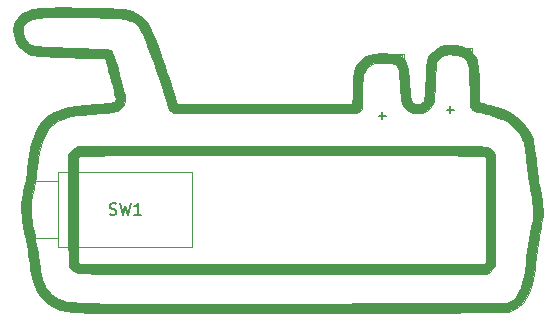
<source format=gbr>
G04 #@! TF.FileFunction,Legend,Top*
%FSLAX46Y46*%
G04 Gerber Fmt 4.6, Leading zero omitted, Abs format (unit mm)*
G04 Created by KiCad (PCBNEW 4.0.7-e2-6376~58~ubuntu16.04.1) date Fri Oct 19 14:23:41 2018*
%MOMM*%
%LPD*%
G01*
G04 APERTURE LIST*
%ADD10C,0.100000*%
%ADD11C,0.150000*%
%ADD12C,0.010000*%
%ADD13C,0.050000*%
%ADD14C,0.120000*%
G04 APERTURE END LIST*
D10*
D11*
X89695238Y-44557143D02*
X90304762Y-44557143D01*
X90000000Y-44861905D02*
X90000000Y-44252381D01*
X95445238Y-44057143D02*
X96054762Y-44057143D01*
X95750000Y-44361905D02*
X95750000Y-43752381D01*
D12*
G36*
X63030599Y-35391901D02*
X63424452Y-35394956D01*
X63875621Y-35400936D01*
X64393188Y-35409848D01*
X64986236Y-35421693D01*
X64989833Y-35421769D01*
X65615042Y-35435324D01*
X66162288Y-35448439D01*
X66638267Y-35461804D01*
X67049675Y-35476111D01*
X67403209Y-35492050D01*
X67705564Y-35510314D01*
X67963436Y-35531593D01*
X68183522Y-35556577D01*
X68372518Y-35585959D01*
X68537119Y-35620430D01*
X68684023Y-35660679D01*
X68819924Y-35707400D01*
X68951519Y-35761281D01*
X69085505Y-35823016D01*
X69141707Y-35850278D01*
X69393523Y-35992574D01*
X69623990Y-36165409D01*
X69837926Y-36375918D01*
X70040154Y-36631234D01*
X70235492Y-36938491D01*
X70428762Y-37304821D01*
X70624784Y-37737360D01*
X70828378Y-38243239D01*
X70916207Y-38476333D01*
X70977107Y-38644713D01*
X71061119Y-38883033D01*
X71164673Y-39180882D01*
X71284201Y-39527847D01*
X71416132Y-39913517D01*
X71556897Y-40327478D01*
X71702926Y-40759320D01*
X71850650Y-41198630D01*
X71899480Y-41344416D01*
X72639587Y-43556333D01*
X87442479Y-43556333D01*
X87464919Y-43376416D01*
X87471925Y-43283820D01*
X87479502Y-43120815D01*
X87487185Y-42901651D01*
X87494512Y-42640581D01*
X87501017Y-42351855D01*
X87504532Y-42159333D01*
X87510421Y-41831680D01*
X87516736Y-41575233D01*
X87524719Y-41376535D01*
X87535609Y-41222128D01*
X87550648Y-41098557D01*
X87571076Y-40992365D01*
X87598133Y-40890093D01*
X87631371Y-40783500D01*
X87799503Y-40382578D01*
X88023755Y-40036622D01*
X88298386Y-39750887D01*
X88617654Y-39530626D01*
X88975818Y-39381094D01*
X89225667Y-39324487D01*
X89432974Y-39301788D01*
X89692884Y-39287938D01*
X89982361Y-39282710D01*
X90278368Y-39285874D01*
X90557871Y-39297204D01*
X90797835Y-39316469D01*
X90967428Y-39341751D01*
X91316469Y-39444615D01*
X91600156Y-39594667D01*
X91824317Y-39798059D01*
X91994780Y-40060938D01*
X92117372Y-40389454D01*
X92168115Y-40608701D01*
X92188450Y-40745011D01*
X92211456Y-40949557D01*
X92235662Y-41206006D01*
X92259600Y-41498031D01*
X92281801Y-41809299D01*
X92294730Y-42016350D01*
X92320441Y-42415460D01*
X92346306Y-42740645D01*
X92372042Y-42989106D01*
X92397366Y-43158047D01*
X92418072Y-43236360D01*
X92507610Y-43383702D01*
X92637879Y-43477805D01*
X92822304Y-43525577D01*
X92998644Y-43535166D01*
X93161768Y-43530526D01*
X93268263Y-43511776D01*
X93345890Y-43471672D01*
X93392154Y-43432476D01*
X93451868Y-43366900D01*
X93499091Y-43287845D01*
X93536097Y-43183786D01*
X93565158Y-43043196D01*
X93588549Y-42854550D01*
X93608542Y-42606324D01*
X93627413Y-42286990D01*
X93630774Y-42222833D01*
X93647704Y-41895279D01*
X93666781Y-41526086D01*
X93686144Y-41151278D01*
X93703931Y-40806878D01*
X93711695Y-40656500D01*
X93732262Y-40316711D01*
X93757086Y-40048240D01*
X93789698Y-39837738D01*
X93833623Y-39671859D01*
X93892389Y-39537257D01*
X93969525Y-39420583D01*
X94067769Y-39309304D01*
X94259609Y-39136427D01*
X94497418Y-38957831D01*
X94747644Y-38796867D01*
X94975809Y-38677299D01*
X95214124Y-38606024D01*
X95510690Y-38571689D01*
X95848155Y-38573113D01*
X96209171Y-38609119D01*
X96576388Y-38678526D01*
X96932456Y-38780154D01*
X97036167Y-38817376D01*
X97249650Y-38929741D01*
X97469590Y-39098869D01*
X97672345Y-39302384D01*
X97834271Y-39517912D01*
X97896481Y-39631564D01*
X97973110Y-39829337D01*
X98037375Y-40069326D01*
X98089910Y-40357746D01*
X98131350Y-40700812D01*
X98162330Y-41104739D01*
X98183484Y-41575741D01*
X98195448Y-42120033D01*
X98198794Y-42592067D01*
X98200333Y-43426968D01*
X98422583Y-43489086D01*
X98547693Y-43523185D01*
X98731632Y-43572217D01*
X98951224Y-43630052D01*
X99183296Y-43690559D01*
X99222003Y-43700587D01*
X99740455Y-43845928D01*
X100188051Y-43997765D01*
X100578596Y-44163461D01*
X100925897Y-44350377D01*
X101243759Y-44565874D01*
X101545989Y-44817313D01*
X101822581Y-45087207D01*
X102162110Y-45481654D01*
X102435220Y-45888225D01*
X102636122Y-46297136D01*
X102749047Y-46653130D01*
X102785725Y-46838021D01*
X102828221Y-47097613D01*
X102875242Y-47422239D01*
X102925496Y-47802230D01*
X102977693Y-48227921D01*
X103030540Y-48689644D01*
X103069907Y-49054538D01*
X103108980Y-49381635D01*
X103161328Y-49756435D01*
X103221620Y-50144047D01*
X103284524Y-50509575D01*
X103323798Y-50716347D01*
X103424974Y-51254678D01*
X103499232Y-51728904D01*
X103546790Y-52155121D01*
X103567864Y-52549425D01*
X103562674Y-52927911D01*
X103531436Y-53306674D01*
X103474367Y-53701811D01*
X103391685Y-54129418D01*
X103371201Y-54224333D01*
X103252291Y-54801710D01*
X103155097Y-55355577D01*
X103075444Y-55914500D01*
X103009156Y-56507050D01*
X102964083Y-57010510D01*
X102913998Y-57538644D01*
X102854684Y-57996523D01*
X102783670Y-58398285D01*
X102698487Y-58758072D01*
X102605312Y-59064659D01*
X102400685Y-59585918D01*
X102163714Y-60031074D01*
X101891478Y-60403415D01*
X101581057Y-60706230D01*
X101229530Y-60942806D01*
X100833977Y-61116431D01*
X100761500Y-61140124D01*
X100731958Y-61147262D01*
X100688565Y-61153946D01*
X100628217Y-61160207D01*
X100547805Y-61166078D01*
X100444225Y-61171590D01*
X100314370Y-61176778D01*
X100155134Y-61181672D01*
X99963411Y-61186305D01*
X99736094Y-61190710D01*
X99470078Y-61194918D01*
X99162255Y-61198963D01*
X98809522Y-61202877D01*
X98408770Y-61206691D01*
X97956893Y-61210439D01*
X97450787Y-61214153D01*
X96887344Y-61217864D01*
X96263458Y-61221606D01*
X95576023Y-61225411D01*
X94821933Y-61229311D01*
X93998082Y-61233338D01*
X93101364Y-61237525D01*
X92128672Y-61241904D01*
X91076901Y-61246508D01*
X90178167Y-61250367D01*
X88831976Y-61255882D01*
X87490887Y-61260934D01*
X86158189Y-61265523D01*
X84837167Y-61269650D01*
X83531111Y-61273314D01*
X82243306Y-61276517D01*
X80977041Y-61279257D01*
X79735602Y-61281536D01*
X78522278Y-61283353D01*
X77340356Y-61284709D01*
X76193123Y-61285604D01*
X75083867Y-61286038D01*
X74015875Y-61286011D01*
X72992434Y-61285525D01*
X72016833Y-61284578D01*
X71092358Y-61283171D01*
X70222296Y-61281305D01*
X69409937Y-61278979D01*
X68658565Y-61276194D01*
X67971470Y-61272950D01*
X67351939Y-61269247D01*
X66803259Y-61265086D01*
X66328717Y-61260466D01*
X65931601Y-61255388D01*
X65615199Y-61249853D01*
X65561333Y-61248678D01*
X64998579Y-61233901D01*
X64511888Y-61216221D01*
X64092675Y-61194492D01*
X63732354Y-61167569D01*
X63422341Y-61134303D01*
X63154049Y-61093550D01*
X62918894Y-61044161D01*
X62708290Y-60984992D01*
X62513652Y-60914894D01*
X62326394Y-60832722D01*
X62280500Y-60810538D01*
X61822295Y-60549674D01*
X61422240Y-60247986D01*
X61087735Y-59912181D01*
X60826185Y-59548966D01*
X60763054Y-59435661D01*
X60658210Y-59222693D01*
X60566157Y-59007400D01*
X60484230Y-58779132D01*
X60409759Y-58527242D01*
X60340078Y-58241082D01*
X60272519Y-57910004D01*
X60204413Y-57523360D01*
X60133095Y-57070501D01*
X60079863Y-56708624D01*
X60027696Y-56363855D01*
X59962874Y-55963021D01*
X59890002Y-55532946D01*
X59813678Y-55100455D01*
X59738506Y-54692373D01*
X59696277Y-54472479D01*
X59593908Y-53923916D01*
X59516241Y-53442884D01*
X59462966Y-53016025D01*
X59433778Y-52629981D01*
X59428368Y-52271394D01*
X59446430Y-51926905D01*
X59487656Y-51583157D01*
X59551740Y-51226791D01*
X59615069Y-50941289D01*
X59688715Y-50621968D01*
X59747928Y-50343367D01*
X59796655Y-50081906D01*
X59838840Y-49814002D01*
X59878429Y-49516075D01*
X59919369Y-49164543D01*
X59932799Y-49042396D01*
X60008579Y-48413188D01*
X60091947Y-47857466D01*
X60185643Y-47364187D01*
X60292405Y-46922311D01*
X60414972Y-46520794D01*
X60556082Y-46148596D01*
X60718475Y-45794673D01*
X60757286Y-45718249D01*
X61035487Y-45261706D01*
X61367240Y-44867717D01*
X61755126Y-44534323D01*
X62201730Y-44259562D01*
X62709635Y-44041476D01*
X63136958Y-43912752D01*
X63380710Y-43855719D01*
X63642680Y-43804751D01*
X63934474Y-43758290D01*
X64267699Y-43714780D01*
X64653960Y-43672663D01*
X65104864Y-43630383D01*
X65476667Y-43598916D01*
X65920168Y-43561904D01*
X66286814Y-43529284D01*
X66584234Y-43499955D01*
X66820062Y-43472820D01*
X67001928Y-43446779D01*
X67137466Y-43420733D01*
X67234305Y-43393584D01*
X67300080Y-43364233D01*
X67342420Y-43331580D01*
X67343862Y-43330053D01*
X67404449Y-43234543D01*
X67423789Y-43156767D01*
X67412077Y-43076963D01*
X67378016Y-42920981D01*
X67322930Y-42693934D01*
X67248141Y-42400934D01*
X67154974Y-42047093D01*
X67044750Y-41637525D01*
X66918795Y-41177341D01*
X66807957Y-40777496D01*
X66731224Y-40498483D01*
X66662831Y-40242873D01*
X66605970Y-40023171D01*
X66563836Y-39851880D01*
X66539620Y-39741506D01*
X66535000Y-39708580D01*
X66506876Y-39634112D01*
X66460917Y-39619981D01*
X66411895Y-39626973D01*
X66442224Y-39656363D01*
X66450333Y-39661666D01*
X66467738Y-39673516D01*
X66475787Y-39683268D01*
X66468015Y-39690860D01*
X66437955Y-39696229D01*
X66379141Y-39699312D01*
X66285106Y-39700048D01*
X66149385Y-39698373D01*
X65965510Y-39694225D01*
X65727016Y-39687541D01*
X65427436Y-39678259D01*
X65060304Y-39666316D01*
X64619154Y-39651650D01*
X64295281Y-39640816D01*
X63613514Y-39617474D01*
X63010772Y-39595527D01*
X62481435Y-39574481D01*
X62019885Y-39553842D01*
X61620500Y-39533116D01*
X61277660Y-39511809D01*
X60985746Y-39489426D01*
X60739138Y-39465475D01*
X60532215Y-39439460D01*
X60359358Y-39410887D01*
X60214947Y-39379264D01*
X60093361Y-39344096D01*
X59988981Y-39304888D01*
X59896187Y-39261147D01*
X59880218Y-39252720D01*
X59678176Y-39118590D01*
X59463807Y-38933548D01*
X59259801Y-38720934D01*
X59088849Y-38504084D01*
X58986084Y-38333063D01*
X58864016Y-38018224D01*
X58786519Y-37677537D01*
X58755088Y-37332603D01*
X58771223Y-37005018D01*
X58785104Y-36943561D01*
X59571167Y-36943561D01*
X59573404Y-37318363D01*
X59591776Y-37611319D01*
X59648936Y-37850085D01*
X59753829Y-38059707D01*
X59909154Y-38258340D01*
X60115204Y-38452162D01*
X60327766Y-38576851D01*
X60550793Y-38642782D01*
X60702954Y-38664507D01*
X60931873Y-38686427D01*
X61238612Y-38708596D01*
X61624235Y-38731069D01*
X62089807Y-38753900D01*
X62636390Y-38777144D01*
X63265048Y-38800857D01*
X63976845Y-38825091D01*
X64312500Y-38835804D01*
X64849989Y-38852829D01*
X65309299Y-38867925D01*
X65696886Y-38881528D01*
X66019204Y-38894072D01*
X66282708Y-38905994D01*
X66493854Y-38917730D01*
X66659096Y-38929716D01*
X66784889Y-38942386D01*
X66877689Y-38956178D01*
X66943950Y-38971526D01*
X66990127Y-38988867D01*
X67022675Y-39008637D01*
X67035969Y-39019670D01*
X67089497Y-39088472D01*
X67150299Y-39207463D01*
X67220364Y-39382315D01*
X67301679Y-39618703D01*
X67396231Y-39922300D01*
X67506006Y-40298780D01*
X67594481Y-40614166D01*
X67743231Y-41153534D01*
X67869577Y-41617479D01*
X67974900Y-42011835D01*
X68060576Y-42342438D01*
X68127985Y-42615122D01*
X68178503Y-42835722D01*
X68213509Y-43010073D01*
X68234380Y-43144011D01*
X68242496Y-43243370D01*
X68239234Y-43313985D01*
X68236115Y-43331007D01*
X68158915Y-43541909D01*
X68030774Y-43753970D01*
X67870517Y-43943132D01*
X67696968Y-44085339D01*
X67609266Y-44132093D01*
X67515872Y-44164752D01*
X67390813Y-44195765D01*
X67227188Y-44225981D01*
X67018093Y-44256245D01*
X66756628Y-44287407D01*
X66435888Y-44320313D01*
X66048972Y-44355811D01*
X65588978Y-44394748D01*
X65242682Y-44422689D01*
X64650467Y-44476370D01*
X64134397Y-44538505D01*
X63686157Y-44611655D01*
X63297432Y-44698380D01*
X62959907Y-44801242D01*
X62665266Y-44922801D01*
X62405192Y-45065619D01*
X62171372Y-45232257D01*
X61955489Y-45425275D01*
X61941171Y-45439504D01*
X61718222Y-45692945D01*
X61520528Y-45984855D01*
X61346142Y-46321290D01*
X61193113Y-46708310D01*
X61059495Y-47151970D01*
X60943337Y-47658330D01*
X60842691Y-48233446D01*
X60755609Y-48883377D01*
X60715323Y-49250166D01*
X60683338Y-49550897D01*
X60653333Y-49801208D01*
X60621448Y-50023491D01*
X60583823Y-50240138D01*
X60536600Y-50473540D01*
X60475917Y-50746090D01*
X60405197Y-51049333D01*
X60349354Y-51289897D01*
X60308913Y-51481009D01*
X60281457Y-51645215D01*
X60264566Y-51805059D01*
X60255821Y-51983087D01*
X60252804Y-52201842D01*
X60253038Y-52467500D01*
X60254231Y-52691846D01*
X60257326Y-52878511D01*
X60264161Y-53042433D01*
X60276574Y-53198552D01*
X60296403Y-53361805D01*
X60325485Y-53547130D01*
X60365659Y-53769467D01*
X60418761Y-54043754D01*
X60486631Y-54384929D01*
X60492608Y-54414833D01*
X60562399Y-54773176D01*
X60633001Y-55152252D01*
X60700566Y-55530210D01*
X60761251Y-55885198D01*
X60811209Y-56195366D01*
X60839032Y-56383333D01*
X60915315Y-56910531D01*
X60986827Y-57362356D01*
X61055711Y-57747820D01*
X61124109Y-58075934D01*
X61194163Y-58355709D01*
X61268018Y-58596157D01*
X61347815Y-58806289D01*
X61435696Y-58995115D01*
X61479725Y-59077841D01*
X61668632Y-59349536D01*
X61922318Y-59612565D01*
X62221119Y-59852155D01*
X62545365Y-60053536D01*
X62875392Y-60201937D01*
X63045668Y-60253994D01*
X63264963Y-60299947D01*
X63531780Y-60339246D01*
X63853310Y-60372496D01*
X64236745Y-60400303D01*
X64689276Y-60423272D01*
X65218094Y-60442011D01*
X65307333Y-60444575D01*
X65535271Y-60449596D01*
X65844204Y-60454251D01*
X66230459Y-60458542D01*
X66690367Y-60462467D01*
X67220254Y-60466028D01*
X67816450Y-60469225D01*
X68475284Y-60472056D01*
X69193084Y-60474523D01*
X69966178Y-60476625D01*
X70790895Y-60478362D01*
X71663564Y-60479734D01*
X72580513Y-60480742D01*
X73538072Y-60481385D01*
X74532567Y-60481664D01*
X75560329Y-60481577D01*
X76617686Y-60481126D01*
X77700965Y-60480310D01*
X78806497Y-60479130D01*
X79930609Y-60477585D01*
X81069629Y-60475675D01*
X82219888Y-60473400D01*
X83377712Y-60470761D01*
X84539432Y-60467757D01*
X85701374Y-60464389D01*
X86859869Y-60460656D01*
X88011244Y-60456558D01*
X89151828Y-60452096D01*
X90277950Y-60447269D01*
X90876667Y-60444521D01*
X100507500Y-60399249D01*
X100752272Y-60289901D01*
X101027760Y-60121740D01*
X101279205Y-59876868D01*
X101504374Y-59560387D01*
X101701033Y-59177397D01*
X101866945Y-58732997D01*
X101999877Y-58232289D01*
X102097594Y-57680372D01*
X102157861Y-57082347D01*
X102157895Y-57081833D01*
X102199421Y-56538566D01*
X102251583Y-56027738D01*
X102317754Y-55526040D01*
X102401305Y-55010159D01*
X102505608Y-54456785D01*
X102611030Y-53949166D01*
X102670572Y-53669543D01*
X102714153Y-53452953D01*
X102743805Y-53279694D01*
X102761557Y-53130064D01*
X102769439Y-52984364D01*
X102769482Y-52822892D01*
X102763717Y-52625946D01*
X102759357Y-52509773D01*
X102740435Y-52172963D01*
X102708231Y-51850350D01*
X102658853Y-51510465D01*
X102588413Y-51121840D01*
X102586649Y-51112773D01*
X102519063Y-50764719D01*
X102465073Y-50481940D01*
X102421962Y-50246631D01*
X102387014Y-50040986D01*
X102357511Y-49847201D01*
X102330736Y-49647469D01*
X102303973Y-49423987D01*
X102274504Y-49158948D01*
X102241051Y-48848000D01*
X102185788Y-48345546D01*
X102135348Y-47919567D01*
X102088376Y-47562095D01*
X102043517Y-47265164D01*
X101999415Y-47020807D01*
X101954716Y-46821058D01*
X101908064Y-46657950D01*
X101858105Y-46523516D01*
X101837948Y-46478243D01*
X101623492Y-46103705D01*
X101340528Y-45739941D01*
X101005005Y-45403700D01*
X100632869Y-45111735D01*
X100395141Y-44962783D01*
X100141487Y-44838875D01*
X99811595Y-44712131D01*
X99402845Y-44581651D01*
X98912616Y-44446532D01*
X98835333Y-44426685D01*
X98497474Y-44340293D01*
X98231596Y-44270677D01*
X98027576Y-44213945D01*
X97875290Y-44166202D01*
X97764613Y-44123558D01*
X97685422Y-44082119D01*
X97627594Y-44037992D01*
X97581003Y-43987284D01*
X97536301Y-43927188D01*
X97407621Y-43746833D01*
X97383069Y-42244000D01*
X97374574Y-41780717D01*
X97364949Y-41393072D01*
X97353276Y-41072034D01*
X97338638Y-40808575D01*
X97320117Y-40593664D01*
X97296794Y-40418272D01*
X97267753Y-40273370D01*
X97232075Y-40149928D01*
X97188842Y-40038916D01*
X97150716Y-39958000D01*
X97060315Y-39803189D01*
X96958717Y-39697328D01*
X96823504Y-39611978D01*
X96595729Y-39516923D01*
X96314568Y-39440940D01*
X96010273Y-39389947D01*
X95713096Y-39369864D01*
X95597317Y-39372087D01*
X95439503Y-39383277D01*
X95322075Y-39405072D01*
X95215261Y-39448286D01*
X95089293Y-39523728D01*
X94983041Y-39595169D01*
X94835215Y-39702586D01*
X94709069Y-39805833D01*
X94626127Y-39886927D01*
X94612688Y-39904550D01*
X94594661Y-39938421D01*
X94578648Y-39986131D01*
X94564084Y-40054835D01*
X94550405Y-40151689D01*
X94537046Y-40283848D01*
X94523443Y-40458467D01*
X94509032Y-40682703D01*
X94493247Y-40963711D01*
X94475524Y-41308647D01*
X94455299Y-41724666D01*
X94434791Y-42159333D01*
X94419141Y-42445994D01*
X94400069Y-42719865D01*
X94379073Y-42963946D01*
X94357652Y-43161240D01*
X94337302Y-43294749D01*
X94333015Y-43314303D01*
X94224675Y-43615291D01*
X94059870Y-43878655D01*
X93850050Y-44091261D01*
X93606663Y-44239974D01*
X93488970Y-44282627D01*
X93357664Y-44307761D01*
X93178559Y-44325979D01*
X92988460Y-44333645D01*
X92972167Y-44333693D01*
X92612198Y-44304759D01*
X92309876Y-44216324D01*
X92059665Y-44065252D01*
X91856033Y-43848404D01*
X91722881Y-43625331D01*
X91679252Y-43530248D01*
X91642696Y-43431822D01*
X91611913Y-43320220D01*
X91585602Y-43185611D01*
X91562462Y-43018162D01*
X91541194Y-42808041D01*
X91520495Y-42545416D01*
X91499066Y-42220454D01*
X91475607Y-41823324D01*
X91468935Y-41705647D01*
X91442782Y-41307000D01*
X91411512Y-40984259D01*
X91371611Y-40728679D01*
X91319565Y-40531515D01*
X91251861Y-40384022D01*
X91164984Y-40277454D01*
X91055421Y-40203066D01*
X90919658Y-40152113D01*
X90836537Y-40131760D01*
X90681369Y-40110148D01*
X90465359Y-40095474D01*
X90211940Y-40087744D01*
X89944546Y-40086968D01*
X89686611Y-40093154D01*
X89461567Y-40106308D01*
X89292849Y-40126439D01*
X89268264Y-40131231D01*
X89008706Y-40228761D01*
X88775048Y-40398834D01*
X88578133Y-40630675D01*
X88428805Y-40913511D01*
X88398744Y-40995166D01*
X88377559Y-41072807D01*
X88359527Y-41175536D01*
X88344007Y-41312581D01*
X88330360Y-41493165D01*
X88317946Y-41726515D01*
X88306125Y-42021857D01*
X88294256Y-42388414D01*
X88288637Y-42582295D01*
X88249866Y-43957758D01*
X87853016Y-44360666D01*
X72346842Y-44360666D01*
X72152739Y-44212458D01*
X71958636Y-44064249D01*
X71317639Y-42128087D01*
X71064940Y-41367437D01*
X70835443Y-40683192D01*
X70627159Y-40070926D01*
X70438102Y-39526209D01*
X70266285Y-39044615D01*
X70109721Y-38621715D01*
X69966421Y-38253082D01*
X69834401Y-37934289D01*
X69711671Y-37660907D01*
X69596245Y-37428509D01*
X69486137Y-37232667D01*
X69379358Y-37068953D01*
X69273922Y-36932940D01*
X69167842Y-36820200D01*
X69059130Y-36726305D01*
X68945799Y-36646828D01*
X68826723Y-36577799D01*
X68665963Y-36501061D01*
X68493598Y-36439031D01*
X68297092Y-36389523D01*
X68063907Y-36350354D01*
X67781507Y-36319340D01*
X67437355Y-36294296D01*
X67097679Y-36276564D01*
X66725371Y-36261440D01*
X66305636Y-36247789D01*
X65848859Y-36235701D01*
X65365423Y-36225263D01*
X64865713Y-36216565D01*
X64360112Y-36209695D01*
X63859004Y-36204742D01*
X63372774Y-36201795D01*
X62911805Y-36200941D01*
X62486480Y-36202271D01*
X62107185Y-36205873D01*
X61784303Y-36211835D01*
X61528218Y-36220245D01*
X61391500Y-36227833D01*
X61032222Y-36257044D01*
X60743283Y-36290724D01*
X60510355Y-36333435D01*
X60319110Y-36389736D01*
X60155219Y-36464191D01*
X60004355Y-36561359D01*
X59852190Y-36685803D01*
X59797462Y-36735275D01*
X59571167Y-36943561D01*
X58785104Y-36943561D01*
X58836420Y-36716383D01*
X58868330Y-36634776D01*
X58974721Y-36458886D01*
X59138766Y-36265283D01*
X59341412Y-36072096D01*
X59563610Y-35897454D01*
X59786306Y-35759488D01*
X59790342Y-35757380D01*
X59964289Y-35674502D01*
X60143089Y-35607361D01*
X60339878Y-35553513D01*
X60567790Y-35510518D01*
X60839963Y-35475933D01*
X61169532Y-35447318D01*
X61569632Y-35422229D01*
X61603167Y-35420404D01*
X61846685Y-35408879D01*
X62102104Y-35400263D01*
X62378508Y-35394559D01*
X62684978Y-35391770D01*
X63030599Y-35391901D01*
X63030599Y-35391901D01*
G37*
X63030599Y-35391901D02*
X63424452Y-35394956D01*
X63875621Y-35400936D01*
X64393188Y-35409848D01*
X64986236Y-35421693D01*
X64989833Y-35421769D01*
X65615042Y-35435324D01*
X66162288Y-35448439D01*
X66638267Y-35461804D01*
X67049675Y-35476111D01*
X67403209Y-35492050D01*
X67705564Y-35510314D01*
X67963436Y-35531593D01*
X68183522Y-35556577D01*
X68372518Y-35585959D01*
X68537119Y-35620430D01*
X68684023Y-35660679D01*
X68819924Y-35707400D01*
X68951519Y-35761281D01*
X69085505Y-35823016D01*
X69141707Y-35850278D01*
X69393523Y-35992574D01*
X69623990Y-36165409D01*
X69837926Y-36375918D01*
X70040154Y-36631234D01*
X70235492Y-36938491D01*
X70428762Y-37304821D01*
X70624784Y-37737360D01*
X70828378Y-38243239D01*
X70916207Y-38476333D01*
X70977107Y-38644713D01*
X71061119Y-38883033D01*
X71164673Y-39180882D01*
X71284201Y-39527847D01*
X71416132Y-39913517D01*
X71556897Y-40327478D01*
X71702926Y-40759320D01*
X71850650Y-41198630D01*
X71899480Y-41344416D01*
X72639587Y-43556333D01*
X87442479Y-43556333D01*
X87464919Y-43376416D01*
X87471925Y-43283820D01*
X87479502Y-43120815D01*
X87487185Y-42901651D01*
X87494512Y-42640581D01*
X87501017Y-42351855D01*
X87504532Y-42159333D01*
X87510421Y-41831680D01*
X87516736Y-41575233D01*
X87524719Y-41376535D01*
X87535609Y-41222128D01*
X87550648Y-41098557D01*
X87571076Y-40992365D01*
X87598133Y-40890093D01*
X87631371Y-40783500D01*
X87799503Y-40382578D01*
X88023755Y-40036622D01*
X88298386Y-39750887D01*
X88617654Y-39530626D01*
X88975818Y-39381094D01*
X89225667Y-39324487D01*
X89432974Y-39301788D01*
X89692884Y-39287938D01*
X89982361Y-39282710D01*
X90278368Y-39285874D01*
X90557871Y-39297204D01*
X90797835Y-39316469D01*
X90967428Y-39341751D01*
X91316469Y-39444615D01*
X91600156Y-39594667D01*
X91824317Y-39798059D01*
X91994780Y-40060938D01*
X92117372Y-40389454D01*
X92168115Y-40608701D01*
X92188450Y-40745011D01*
X92211456Y-40949557D01*
X92235662Y-41206006D01*
X92259600Y-41498031D01*
X92281801Y-41809299D01*
X92294730Y-42016350D01*
X92320441Y-42415460D01*
X92346306Y-42740645D01*
X92372042Y-42989106D01*
X92397366Y-43158047D01*
X92418072Y-43236360D01*
X92507610Y-43383702D01*
X92637879Y-43477805D01*
X92822304Y-43525577D01*
X92998644Y-43535166D01*
X93161768Y-43530526D01*
X93268263Y-43511776D01*
X93345890Y-43471672D01*
X93392154Y-43432476D01*
X93451868Y-43366900D01*
X93499091Y-43287845D01*
X93536097Y-43183786D01*
X93565158Y-43043196D01*
X93588549Y-42854550D01*
X93608542Y-42606324D01*
X93627413Y-42286990D01*
X93630774Y-42222833D01*
X93647704Y-41895279D01*
X93666781Y-41526086D01*
X93686144Y-41151278D01*
X93703931Y-40806878D01*
X93711695Y-40656500D01*
X93732262Y-40316711D01*
X93757086Y-40048240D01*
X93789698Y-39837738D01*
X93833623Y-39671859D01*
X93892389Y-39537257D01*
X93969525Y-39420583D01*
X94067769Y-39309304D01*
X94259609Y-39136427D01*
X94497418Y-38957831D01*
X94747644Y-38796867D01*
X94975809Y-38677299D01*
X95214124Y-38606024D01*
X95510690Y-38571689D01*
X95848155Y-38573113D01*
X96209171Y-38609119D01*
X96576388Y-38678526D01*
X96932456Y-38780154D01*
X97036167Y-38817376D01*
X97249650Y-38929741D01*
X97469590Y-39098869D01*
X97672345Y-39302384D01*
X97834271Y-39517912D01*
X97896481Y-39631564D01*
X97973110Y-39829337D01*
X98037375Y-40069326D01*
X98089910Y-40357746D01*
X98131350Y-40700812D01*
X98162330Y-41104739D01*
X98183484Y-41575741D01*
X98195448Y-42120033D01*
X98198794Y-42592067D01*
X98200333Y-43426968D01*
X98422583Y-43489086D01*
X98547693Y-43523185D01*
X98731632Y-43572217D01*
X98951224Y-43630052D01*
X99183296Y-43690559D01*
X99222003Y-43700587D01*
X99740455Y-43845928D01*
X100188051Y-43997765D01*
X100578596Y-44163461D01*
X100925897Y-44350377D01*
X101243759Y-44565874D01*
X101545989Y-44817313D01*
X101822581Y-45087207D01*
X102162110Y-45481654D01*
X102435220Y-45888225D01*
X102636122Y-46297136D01*
X102749047Y-46653130D01*
X102785725Y-46838021D01*
X102828221Y-47097613D01*
X102875242Y-47422239D01*
X102925496Y-47802230D01*
X102977693Y-48227921D01*
X103030540Y-48689644D01*
X103069907Y-49054538D01*
X103108980Y-49381635D01*
X103161328Y-49756435D01*
X103221620Y-50144047D01*
X103284524Y-50509575D01*
X103323798Y-50716347D01*
X103424974Y-51254678D01*
X103499232Y-51728904D01*
X103546790Y-52155121D01*
X103567864Y-52549425D01*
X103562674Y-52927911D01*
X103531436Y-53306674D01*
X103474367Y-53701811D01*
X103391685Y-54129418D01*
X103371201Y-54224333D01*
X103252291Y-54801710D01*
X103155097Y-55355577D01*
X103075444Y-55914500D01*
X103009156Y-56507050D01*
X102964083Y-57010510D01*
X102913998Y-57538644D01*
X102854684Y-57996523D01*
X102783670Y-58398285D01*
X102698487Y-58758072D01*
X102605312Y-59064659D01*
X102400685Y-59585918D01*
X102163714Y-60031074D01*
X101891478Y-60403415D01*
X101581057Y-60706230D01*
X101229530Y-60942806D01*
X100833977Y-61116431D01*
X100761500Y-61140124D01*
X100731958Y-61147262D01*
X100688565Y-61153946D01*
X100628217Y-61160207D01*
X100547805Y-61166078D01*
X100444225Y-61171590D01*
X100314370Y-61176778D01*
X100155134Y-61181672D01*
X99963411Y-61186305D01*
X99736094Y-61190710D01*
X99470078Y-61194918D01*
X99162255Y-61198963D01*
X98809522Y-61202877D01*
X98408770Y-61206691D01*
X97956893Y-61210439D01*
X97450787Y-61214153D01*
X96887344Y-61217864D01*
X96263458Y-61221606D01*
X95576023Y-61225411D01*
X94821933Y-61229311D01*
X93998082Y-61233338D01*
X93101364Y-61237525D01*
X92128672Y-61241904D01*
X91076901Y-61246508D01*
X90178167Y-61250367D01*
X88831976Y-61255882D01*
X87490887Y-61260934D01*
X86158189Y-61265523D01*
X84837167Y-61269650D01*
X83531111Y-61273314D01*
X82243306Y-61276517D01*
X80977041Y-61279257D01*
X79735602Y-61281536D01*
X78522278Y-61283353D01*
X77340356Y-61284709D01*
X76193123Y-61285604D01*
X75083867Y-61286038D01*
X74015875Y-61286011D01*
X72992434Y-61285525D01*
X72016833Y-61284578D01*
X71092358Y-61283171D01*
X70222296Y-61281305D01*
X69409937Y-61278979D01*
X68658565Y-61276194D01*
X67971470Y-61272950D01*
X67351939Y-61269247D01*
X66803259Y-61265086D01*
X66328717Y-61260466D01*
X65931601Y-61255388D01*
X65615199Y-61249853D01*
X65561333Y-61248678D01*
X64998579Y-61233901D01*
X64511888Y-61216221D01*
X64092675Y-61194492D01*
X63732354Y-61167569D01*
X63422341Y-61134303D01*
X63154049Y-61093550D01*
X62918894Y-61044161D01*
X62708290Y-60984992D01*
X62513652Y-60914894D01*
X62326394Y-60832722D01*
X62280500Y-60810538D01*
X61822295Y-60549674D01*
X61422240Y-60247986D01*
X61087735Y-59912181D01*
X60826185Y-59548966D01*
X60763054Y-59435661D01*
X60658210Y-59222693D01*
X60566157Y-59007400D01*
X60484230Y-58779132D01*
X60409759Y-58527242D01*
X60340078Y-58241082D01*
X60272519Y-57910004D01*
X60204413Y-57523360D01*
X60133095Y-57070501D01*
X60079863Y-56708624D01*
X60027696Y-56363855D01*
X59962874Y-55963021D01*
X59890002Y-55532946D01*
X59813678Y-55100455D01*
X59738506Y-54692373D01*
X59696277Y-54472479D01*
X59593908Y-53923916D01*
X59516241Y-53442884D01*
X59462966Y-53016025D01*
X59433778Y-52629981D01*
X59428368Y-52271394D01*
X59446430Y-51926905D01*
X59487656Y-51583157D01*
X59551740Y-51226791D01*
X59615069Y-50941289D01*
X59688715Y-50621968D01*
X59747928Y-50343367D01*
X59796655Y-50081906D01*
X59838840Y-49814002D01*
X59878429Y-49516075D01*
X59919369Y-49164543D01*
X59932799Y-49042396D01*
X60008579Y-48413188D01*
X60091947Y-47857466D01*
X60185643Y-47364187D01*
X60292405Y-46922311D01*
X60414972Y-46520794D01*
X60556082Y-46148596D01*
X60718475Y-45794673D01*
X60757286Y-45718249D01*
X61035487Y-45261706D01*
X61367240Y-44867717D01*
X61755126Y-44534323D01*
X62201730Y-44259562D01*
X62709635Y-44041476D01*
X63136958Y-43912752D01*
X63380710Y-43855719D01*
X63642680Y-43804751D01*
X63934474Y-43758290D01*
X64267699Y-43714780D01*
X64653960Y-43672663D01*
X65104864Y-43630383D01*
X65476667Y-43598916D01*
X65920168Y-43561904D01*
X66286814Y-43529284D01*
X66584234Y-43499955D01*
X66820062Y-43472820D01*
X67001928Y-43446779D01*
X67137466Y-43420733D01*
X67234305Y-43393584D01*
X67300080Y-43364233D01*
X67342420Y-43331580D01*
X67343862Y-43330053D01*
X67404449Y-43234543D01*
X67423789Y-43156767D01*
X67412077Y-43076963D01*
X67378016Y-42920981D01*
X67322930Y-42693934D01*
X67248141Y-42400934D01*
X67154974Y-42047093D01*
X67044750Y-41637525D01*
X66918795Y-41177341D01*
X66807957Y-40777496D01*
X66731224Y-40498483D01*
X66662831Y-40242873D01*
X66605970Y-40023171D01*
X66563836Y-39851880D01*
X66539620Y-39741506D01*
X66535000Y-39708580D01*
X66506876Y-39634112D01*
X66460917Y-39619981D01*
X66411895Y-39626973D01*
X66442224Y-39656363D01*
X66450333Y-39661666D01*
X66467738Y-39673516D01*
X66475787Y-39683268D01*
X66468015Y-39690860D01*
X66437955Y-39696229D01*
X66379141Y-39699312D01*
X66285106Y-39700048D01*
X66149385Y-39698373D01*
X65965510Y-39694225D01*
X65727016Y-39687541D01*
X65427436Y-39678259D01*
X65060304Y-39666316D01*
X64619154Y-39651650D01*
X64295281Y-39640816D01*
X63613514Y-39617474D01*
X63010772Y-39595527D01*
X62481435Y-39574481D01*
X62019885Y-39553842D01*
X61620500Y-39533116D01*
X61277660Y-39511809D01*
X60985746Y-39489426D01*
X60739138Y-39465475D01*
X60532215Y-39439460D01*
X60359358Y-39410887D01*
X60214947Y-39379264D01*
X60093361Y-39344096D01*
X59988981Y-39304888D01*
X59896187Y-39261147D01*
X59880218Y-39252720D01*
X59678176Y-39118590D01*
X59463807Y-38933548D01*
X59259801Y-38720934D01*
X59088849Y-38504084D01*
X58986084Y-38333063D01*
X58864016Y-38018224D01*
X58786519Y-37677537D01*
X58755088Y-37332603D01*
X58771223Y-37005018D01*
X58785104Y-36943561D01*
X59571167Y-36943561D01*
X59573404Y-37318363D01*
X59591776Y-37611319D01*
X59648936Y-37850085D01*
X59753829Y-38059707D01*
X59909154Y-38258340D01*
X60115204Y-38452162D01*
X60327766Y-38576851D01*
X60550793Y-38642782D01*
X60702954Y-38664507D01*
X60931873Y-38686427D01*
X61238612Y-38708596D01*
X61624235Y-38731069D01*
X62089807Y-38753900D01*
X62636390Y-38777144D01*
X63265048Y-38800857D01*
X63976845Y-38825091D01*
X64312500Y-38835804D01*
X64849989Y-38852829D01*
X65309299Y-38867925D01*
X65696886Y-38881528D01*
X66019204Y-38894072D01*
X66282708Y-38905994D01*
X66493854Y-38917730D01*
X66659096Y-38929716D01*
X66784889Y-38942386D01*
X66877689Y-38956178D01*
X66943950Y-38971526D01*
X66990127Y-38988867D01*
X67022675Y-39008637D01*
X67035969Y-39019670D01*
X67089497Y-39088472D01*
X67150299Y-39207463D01*
X67220364Y-39382315D01*
X67301679Y-39618703D01*
X67396231Y-39922300D01*
X67506006Y-40298780D01*
X67594481Y-40614166D01*
X67743231Y-41153534D01*
X67869577Y-41617479D01*
X67974900Y-42011835D01*
X68060576Y-42342438D01*
X68127985Y-42615122D01*
X68178503Y-42835722D01*
X68213509Y-43010073D01*
X68234380Y-43144011D01*
X68242496Y-43243370D01*
X68239234Y-43313985D01*
X68236115Y-43331007D01*
X68158915Y-43541909D01*
X68030774Y-43753970D01*
X67870517Y-43943132D01*
X67696968Y-44085339D01*
X67609266Y-44132093D01*
X67515872Y-44164752D01*
X67390813Y-44195765D01*
X67227188Y-44225981D01*
X67018093Y-44256245D01*
X66756628Y-44287407D01*
X66435888Y-44320313D01*
X66048972Y-44355811D01*
X65588978Y-44394748D01*
X65242682Y-44422689D01*
X64650467Y-44476370D01*
X64134397Y-44538505D01*
X63686157Y-44611655D01*
X63297432Y-44698380D01*
X62959907Y-44801242D01*
X62665266Y-44922801D01*
X62405192Y-45065619D01*
X62171372Y-45232257D01*
X61955489Y-45425275D01*
X61941171Y-45439504D01*
X61718222Y-45692945D01*
X61520528Y-45984855D01*
X61346142Y-46321290D01*
X61193113Y-46708310D01*
X61059495Y-47151970D01*
X60943337Y-47658330D01*
X60842691Y-48233446D01*
X60755609Y-48883377D01*
X60715323Y-49250166D01*
X60683338Y-49550897D01*
X60653333Y-49801208D01*
X60621448Y-50023491D01*
X60583823Y-50240138D01*
X60536600Y-50473540D01*
X60475917Y-50746090D01*
X60405197Y-51049333D01*
X60349354Y-51289897D01*
X60308913Y-51481009D01*
X60281457Y-51645215D01*
X60264566Y-51805059D01*
X60255821Y-51983087D01*
X60252804Y-52201842D01*
X60253038Y-52467500D01*
X60254231Y-52691846D01*
X60257326Y-52878511D01*
X60264161Y-53042433D01*
X60276574Y-53198552D01*
X60296403Y-53361805D01*
X60325485Y-53547130D01*
X60365659Y-53769467D01*
X60418761Y-54043754D01*
X60486631Y-54384929D01*
X60492608Y-54414833D01*
X60562399Y-54773176D01*
X60633001Y-55152252D01*
X60700566Y-55530210D01*
X60761251Y-55885198D01*
X60811209Y-56195366D01*
X60839032Y-56383333D01*
X60915315Y-56910531D01*
X60986827Y-57362356D01*
X61055711Y-57747820D01*
X61124109Y-58075934D01*
X61194163Y-58355709D01*
X61268018Y-58596157D01*
X61347815Y-58806289D01*
X61435696Y-58995115D01*
X61479725Y-59077841D01*
X61668632Y-59349536D01*
X61922318Y-59612565D01*
X62221119Y-59852155D01*
X62545365Y-60053536D01*
X62875392Y-60201937D01*
X63045668Y-60253994D01*
X63264963Y-60299947D01*
X63531780Y-60339246D01*
X63853310Y-60372496D01*
X64236745Y-60400303D01*
X64689276Y-60423272D01*
X65218094Y-60442011D01*
X65307333Y-60444575D01*
X65535271Y-60449596D01*
X65844204Y-60454251D01*
X66230459Y-60458542D01*
X66690367Y-60462467D01*
X67220254Y-60466028D01*
X67816450Y-60469225D01*
X68475284Y-60472056D01*
X69193084Y-60474523D01*
X69966178Y-60476625D01*
X70790895Y-60478362D01*
X71663564Y-60479734D01*
X72580513Y-60480742D01*
X73538072Y-60481385D01*
X74532567Y-60481664D01*
X75560329Y-60481577D01*
X76617686Y-60481126D01*
X77700965Y-60480310D01*
X78806497Y-60479130D01*
X79930609Y-60477585D01*
X81069629Y-60475675D01*
X82219888Y-60473400D01*
X83377712Y-60470761D01*
X84539432Y-60467757D01*
X85701374Y-60464389D01*
X86859869Y-60460656D01*
X88011244Y-60456558D01*
X89151828Y-60452096D01*
X90277950Y-60447269D01*
X90876667Y-60444521D01*
X100507500Y-60399249D01*
X100752272Y-60289901D01*
X101027760Y-60121740D01*
X101279205Y-59876868D01*
X101504374Y-59560387D01*
X101701033Y-59177397D01*
X101866945Y-58732997D01*
X101999877Y-58232289D01*
X102097594Y-57680372D01*
X102157861Y-57082347D01*
X102157895Y-57081833D01*
X102199421Y-56538566D01*
X102251583Y-56027738D01*
X102317754Y-55526040D01*
X102401305Y-55010159D01*
X102505608Y-54456785D01*
X102611030Y-53949166D01*
X102670572Y-53669543D01*
X102714153Y-53452953D01*
X102743805Y-53279694D01*
X102761557Y-53130064D01*
X102769439Y-52984364D01*
X102769482Y-52822892D01*
X102763717Y-52625946D01*
X102759357Y-52509773D01*
X102740435Y-52172963D01*
X102708231Y-51850350D01*
X102658853Y-51510465D01*
X102588413Y-51121840D01*
X102586649Y-51112773D01*
X102519063Y-50764719D01*
X102465073Y-50481940D01*
X102421962Y-50246631D01*
X102387014Y-50040986D01*
X102357511Y-49847201D01*
X102330736Y-49647469D01*
X102303973Y-49423987D01*
X102274504Y-49158948D01*
X102241051Y-48848000D01*
X102185788Y-48345546D01*
X102135348Y-47919567D01*
X102088376Y-47562095D01*
X102043517Y-47265164D01*
X101999415Y-47020807D01*
X101954716Y-46821058D01*
X101908064Y-46657950D01*
X101858105Y-46523516D01*
X101837948Y-46478243D01*
X101623492Y-46103705D01*
X101340528Y-45739941D01*
X101005005Y-45403700D01*
X100632869Y-45111735D01*
X100395141Y-44962783D01*
X100141487Y-44838875D01*
X99811595Y-44712131D01*
X99402845Y-44581651D01*
X98912616Y-44446532D01*
X98835333Y-44426685D01*
X98497474Y-44340293D01*
X98231596Y-44270677D01*
X98027576Y-44213945D01*
X97875290Y-44166202D01*
X97764613Y-44123558D01*
X97685422Y-44082119D01*
X97627594Y-44037992D01*
X97581003Y-43987284D01*
X97536301Y-43927188D01*
X97407621Y-43746833D01*
X97383069Y-42244000D01*
X97374574Y-41780717D01*
X97364949Y-41393072D01*
X97353276Y-41072034D01*
X97338638Y-40808575D01*
X97320117Y-40593664D01*
X97296794Y-40418272D01*
X97267753Y-40273370D01*
X97232075Y-40149928D01*
X97188842Y-40038916D01*
X97150716Y-39958000D01*
X97060315Y-39803189D01*
X96958717Y-39697328D01*
X96823504Y-39611978D01*
X96595729Y-39516923D01*
X96314568Y-39440940D01*
X96010273Y-39389947D01*
X95713096Y-39369864D01*
X95597317Y-39372087D01*
X95439503Y-39383277D01*
X95322075Y-39405072D01*
X95215261Y-39448286D01*
X95089293Y-39523728D01*
X94983041Y-39595169D01*
X94835215Y-39702586D01*
X94709069Y-39805833D01*
X94626127Y-39886927D01*
X94612688Y-39904550D01*
X94594661Y-39938421D01*
X94578648Y-39986131D01*
X94564084Y-40054835D01*
X94550405Y-40151689D01*
X94537046Y-40283848D01*
X94523443Y-40458467D01*
X94509032Y-40682703D01*
X94493247Y-40963711D01*
X94475524Y-41308647D01*
X94455299Y-41724666D01*
X94434791Y-42159333D01*
X94419141Y-42445994D01*
X94400069Y-42719865D01*
X94379073Y-42963946D01*
X94357652Y-43161240D01*
X94337302Y-43294749D01*
X94333015Y-43314303D01*
X94224675Y-43615291D01*
X94059870Y-43878655D01*
X93850050Y-44091261D01*
X93606663Y-44239974D01*
X93488970Y-44282627D01*
X93357664Y-44307761D01*
X93178559Y-44325979D01*
X92988460Y-44333645D01*
X92972167Y-44333693D01*
X92612198Y-44304759D01*
X92309876Y-44216324D01*
X92059665Y-44065252D01*
X91856033Y-43848404D01*
X91722881Y-43625331D01*
X91679252Y-43530248D01*
X91642696Y-43431822D01*
X91611913Y-43320220D01*
X91585602Y-43185611D01*
X91562462Y-43018162D01*
X91541194Y-42808041D01*
X91520495Y-42545416D01*
X91499066Y-42220454D01*
X91475607Y-41823324D01*
X91468935Y-41705647D01*
X91442782Y-41307000D01*
X91411512Y-40984259D01*
X91371611Y-40728679D01*
X91319565Y-40531515D01*
X91251861Y-40384022D01*
X91164984Y-40277454D01*
X91055421Y-40203066D01*
X90919658Y-40152113D01*
X90836537Y-40131760D01*
X90681369Y-40110148D01*
X90465359Y-40095474D01*
X90211940Y-40087744D01*
X89944546Y-40086968D01*
X89686611Y-40093154D01*
X89461567Y-40106308D01*
X89292849Y-40126439D01*
X89268264Y-40131231D01*
X89008706Y-40228761D01*
X88775048Y-40398834D01*
X88578133Y-40630675D01*
X88428805Y-40913511D01*
X88398744Y-40995166D01*
X88377559Y-41072807D01*
X88359527Y-41175536D01*
X88344007Y-41312581D01*
X88330360Y-41493165D01*
X88317946Y-41726515D01*
X88306125Y-42021857D01*
X88294256Y-42388414D01*
X88288637Y-42582295D01*
X88249866Y-43957758D01*
X87853016Y-44360666D01*
X72346842Y-44360666D01*
X72152739Y-44212458D01*
X71958636Y-44064249D01*
X71317639Y-42128087D01*
X71064940Y-41367437D01*
X70835443Y-40683192D01*
X70627159Y-40070926D01*
X70438102Y-39526209D01*
X70266285Y-39044615D01*
X70109721Y-38621715D01*
X69966421Y-38253082D01*
X69834401Y-37934289D01*
X69711671Y-37660907D01*
X69596245Y-37428509D01*
X69486137Y-37232667D01*
X69379358Y-37068953D01*
X69273922Y-36932940D01*
X69167842Y-36820200D01*
X69059130Y-36726305D01*
X68945799Y-36646828D01*
X68826723Y-36577799D01*
X68665963Y-36501061D01*
X68493598Y-36439031D01*
X68297092Y-36389523D01*
X68063907Y-36350354D01*
X67781507Y-36319340D01*
X67437355Y-36294296D01*
X67097679Y-36276564D01*
X66725371Y-36261440D01*
X66305636Y-36247789D01*
X65848859Y-36235701D01*
X65365423Y-36225263D01*
X64865713Y-36216565D01*
X64360112Y-36209695D01*
X63859004Y-36204742D01*
X63372774Y-36201795D01*
X62911805Y-36200941D01*
X62486480Y-36202271D01*
X62107185Y-36205873D01*
X61784303Y-36211835D01*
X61528218Y-36220245D01*
X61391500Y-36227833D01*
X61032222Y-36257044D01*
X60743283Y-36290724D01*
X60510355Y-36333435D01*
X60319110Y-36389736D01*
X60155219Y-36464191D01*
X60004355Y-36561359D01*
X59852190Y-36685803D01*
X59797462Y-36735275D01*
X59571167Y-36943561D01*
X58785104Y-36943561D01*
X58836420Y-36716383D01*
X58868330Y-36634776D01*
X58974721Y-36458886D01*
X59138766Y-36265283D01*
X59341412Y-36072096D01*
X59563610Y-35897454D01*
X59786306Y-35759488D01*
X59790342Y-35757380D01*
X59964289Y-35674502D01*
X60143089Y-35607361D01*
X60339878Y-35553513D01*
X60567790Y-35510518D01*
X60839963Y-35475933D01*
X61169532Y-35447318D01*
X61569632Y-35422229D01*
X61603167Y-35420404D01*
X61846685Y-35408879D01*
X62102104Y-35400263D01*
X62378508Y-35394559D01*
X62684978Y-35391770D01*
X63030599Y-35391901D01*
G36*
X77582758Y-47120773D02*
X79034599Y-47121245D01*
X80556074Y-47121965D01*
X81648642Y-47122608D01*
X83083536Y-47123524D01*
X84436214Y-47124406D01*
X85709126Y-47125268D01*
X86904723Y-47126122D01*
X88025455Y-47126982D01*
X89073773Y-47127860D01*
X90052126Y-47128771D01*
X90962966Y-47129727D01*
X91808743Y-47130741D01*
X92591907Y-47131826D01*
X93314909Y-47132996D01*
X93980199Y-47134263D01*
X94590227Y-47135642D01*
X95147445Y-47137144D01*
X95654303Y-47138783D01*
X96113250Y-47140572D01*
X96526738Y-47142525D01*
X96897216Y-47144654D01*
X97227136Y-47146973D01*
X97518948Y-47149494D01*
X97775102Y-47152231D01*
X97998048Y-47155198D01*
X98190238Y-47158406D01*
X98354121Y-47161869D01*
X98492148Y-47165601D01*
X98606769Y-47169614D01*
X98700435Y-47173922D01*
X98775597Y-47178538D01*
X98834704Y-47183475D01*
X98880207Y-47188745D01*
X98914557Y-47194363D01*
X98940204Y-47200341D01*
X98959599Y-47206692D01*
X98975191Y-47213430D01*
X98979411Y-47215488D01*
X99212519Y-47373253D01*
X99407232Y-47586607D01*
X99494178Y-47730255D01*
X99507027Y-47758247D01*
X99518459Y-47790689D01*
X99528557Y-47832420D01*
X99537404Y-47888280D01*
X99545083Y-47963109D01*
X99551675Y-48061744D01*
X99557264Y-48189025D01*
X99561933Y-48349791D01*
X99565764Y-48548881D01*
X99568839Y-48791134D01*
X99571241Y-49081390D01*
X99573053Y-49424487D01*
X99574358Y-49825264D01*
X99575238Y-50288561D01*
X99575776Y-50819216D01*
X99576055Y-51422069D01*
X99576156Y-52101958D01*
X99576167Y-52531000D01*
X99576167Y-57166500D01*
X99485270Y-57335833D01*
X99323829Y-57575804D01*
X99126810Y-57750134D01*
X98972603Y-57835768D01*
X98771833Y-57928500D01*
X81605667Y-57934600D01*
X80403164Y-57934941D01*
X79221499Y-57935107D01*
X78063525Y-57935103D01*
X76932095Y-57934932D01*
X75830063Y-57934601D01*
X74760282Y-57934113D01*
X73725605Y-57933473D01*
X72728885Y-57932687D01*
X71772977Y-57931759D01*
X70860732Y-57930693D01*
X69995004Y-57929495D01*
X69178648Y-57928170D01*
X68414515Y-57926721D01*
X67705459Y-57925154D01*
X67054334Y-57923474D01*
X66463992Y-57921685D01*
X65937287Y-57919792D01*
X65477073Y-57917801D01*
X65086202Y-57915715D01*
X64767528Y-57913539D01*
X64523904Y-57911278D01*
X64358183Y-57908938D01*
X64273219Y-57906522D01*
X64262817Y-57905610D01*
X63979446Y-57810872D01*
X63748059Y-57649337D01*
X63568125Y-57420587D01*
X63512530Y-57314666D01*
X63498561Y-57283873D01*
X63486135Y-57251456D01*
X63475162Y-57212538D01*
X63465552Y-57162244D01*
X63457215Y-57095697D01*
X63450059Y-57008020D01*
X63443995Y-56894338D01*
X63438932Y-56749775D01*
X63434780Y-56569454D01*
X63431449Y-56348500D01*
X63428848Y-56082035D01*
X63426887Y-55765184D01*
X63425476Y-55393071D01*
X63424524Y-54960819D01*
X63423940Y-54463552D01*
X63423636Y-53896394D01*
X63423519Y-53254470D01*
X63423500Y-52532902D01*
X63423500Y-52531000D01*
X64206667Y-52531000D01*
X64206692Y-53240974D01*
X64206830Y-53871144D01*
X64207170Y-54426371D01*
X64207804Y-54911516D01*
X64208822Y-55331443D01*
X64210316Y-55691012D01*
X64212377Y-55995086D01*
X64215094Y-56248526D01*
X64218559Y-56456195D01*
X64222863Y-56622954D01*
X64228097Y-56753665D01*
X64234352Y-56853190D01*
X64241718Y-56926390D01*
X64250287Y-56978129D01*
X64260149Y-57013267D01*
X64271395Y-57036666D01*
X64284116Y-57053189D01*
X64291333Y-57060666D01*
X64298963Y-57067750D01*
X64308898Y-57074428D01*
X64323580Y-57080711D01*
X64345451Y-57086611D01*
X64376956Y-57092141D01*
X64420535Y-57097313D01*
X64478631Y-57102138D01*
X64553688Y-57106628D01*
X64648147Y-57110796D01*
X64764451Y-57114653D01*
X64905042Y-57118212D01*
X65072364Y-57121484D01*
X65268858Y-57124482D01*
X65496967Y-57127218D01*
X65759134Y-57129703D01*
X66057800Y-57131950D01*
X66395410Y-57133971D01*
X66774404Y-57135777D01*
X67197227Y-57137381D01*
X67666319Y-57138794D01*
X68184124Y-57140029D01*
X68753085Y-57141098D01*
X69375643Y-57142013D01*
X70054241Y-57142786D01*
X70791322Y-57143428D01*
X71589329Y-57143952D01*
X72450703Y-57144370D01*
X73377888Y-57144694D01*
X74373325Y-57144935D01*
X75439458Y-57145107D01*
X76578729Y-57145220D01*
X77793581Y-57145287D01*
X79086455Y-57145321D01*
X80459794Y-57145332D01*
X81499833Y-57145333D01*
X82932623Y-57145330D01*
X84283188Y-57145314D01*
X85553972Y-57145273D01*
X86747416Y-57145194D01*
X87865964Y-57145065D01*
X88912058Y-57144875D01*
X89888140Y-57144612D01*
X90796654Y-57144263D01*
X91640040Y-57143816D01*
X92420743Y-57143260D01*
X93141205Y-57142583D01*
X93803867Y-57141772D01*
X94411173Y-57140815D01*
X94965565Y-57139701D01*
X95469486Y-57138417D01*
X95925377Y-57136951D01*
X96335683Y-57135292D01*
X96702845Y-57133427D01*
X97029305Y-57131344D01*
X97317506Y-57129032D01*
X97569892Y-57126478D01*
X97788903Y-57123670D01*
X97976984Y-57120596D01*
X98136575Y-57117245D01*
X98270121Y-57113604D01*
X98380062Y-57109661D01*
X98468843Y-57105404D01*
X98538905Y-57100821D01*
X98592691Y-57095900D01*
X98632643Y-57090630D01*
X98661204Y-57084997D01*
X98680817Y-57078991D01*
X98693924Y-57072599D01*
X98702967Y-57065809D01*
X98708333Y-57060666D01*
X98721856Y-57045796D01*
X98733857Y-57026575D01*
X98744426Y-56998139D01*
X98753655Y-56955627D01*
X98761634Y-56894177D01*
X98768454Y-56808927D01*
X98774207Y-56695016D01*
X98778983Y-56547582D01*
X98782872Y-56361762D01*
X98785967Y-56132695D01*
X98788357Y-55855519D01*
X98790133Y-55525372D01*
X98791387Y-55137393D01*
X98792210Y-54686718D01*
X98792691Y-54168487D01*
X98792922Y-53577838D01*
X98792995Y-52909908D01*
X98793000Y-52531000D01*
X98792974Y-51821025D01*
X98792837Y-51190855D01*
X98792496Y-50635628D01*
X98791862Y-50150483D01*
X98790844Y-49730556D01*
X98789350Y-49370987D01*
X98787290Y-49066913D01*
X98784573Y-48813473D01*
X98781107Y-48605804D01*
X98776803Y-48439045D01*
X98771569Y-48308334D01*
X98765314Y-48208809D01*
X98757948Y-48135609D01*
X98749379Y-48083870D01*
X98739518Y-48048732D01*
X98728271Y-48025333D01*
X98715550Y-48008810D01*
X98708333Y-48001333D01*
X98700703Y-47994249D01*
X98690769Y-47987571D01*
X98676087Y-47981288D01*
X98654215Y-47975388D01*
X98622711Y-47969858D01*
X98579132Y-47964686D01*
X98521035Y-47959861D01*
X98445979Y-47955371D01*
X98351520Y-47951203D01*
X98235216Y-47947346D01*
X98094624Y-47943787D01*
X97927303Y-47940515D01*
X97730809Y-47937517D01*
X97502699Y-47934781D01*
X97240533Y-47932296D01*
X96941866Y-47930049D01*
X96604256Y-47928028D01*
X96225262Y-47926222D01*
X95802440Y-47924618D01*
X95333347Y-47923205D01*
X94815542Y-47921970D01*
X94246582Y-47920901D01*
X93624023Y-47919986D01*
X92945425Y-47919213D01*
X92208344Y-47918571D01*
X91410337Y-47918047D01*
X90548963Y-47917629D01*
X89621778Y-47917305D01*
X88626341Y-47917064D01*
X87560208Y-47916892D01*
X86420937Y-47916779D01*
X85206086Y-47916712D01*
X83913212Y-47916678D01*
X82539872Y-47916667D01*
X81499833Y-47916666D01*
X80067044Y-47916669D01*
X78716478Y-47916685D01*
X77445695Y-47916726D01*
X76252250Y-47916805D01*
X75133702Y-47916934D01*
X74087608Y-47917124D01*
X73111526Y-47917387D01*
X72203013Y-47917736D01*
X71359626Y-47918183D01*
X70578923Y-47918739D01*
X69858462Y-47919416D01*
X69195799Y-47920227D01*
X68588493Y-47921184D01*
X68034101Y-47922298D01*
X67530181Y-47923582D01*
X67074289Y-47925048D01*
X66663983Y-47926707D01*
X66296822Y-47928572D01*
X65970361Y-47930655D01*
X65682160Y-47932967D01*
X65429775Y-47935521D01*
X65210763Y-47938329D01*
X65022683Y-47941403D01*
X64863091Y-47944754D01*
X64729546Y-47948395D01*
X64619604Y-47952338D01*
X64530823Y-47956595D01*
X64460761Y-47961178D01*
X64406975Y-47966099D01*
X64367023Y-47971369D01*
X64338462Y-47977002D01*
X64318849Y-47983008D01*
X64305743Y-47989400D01*
X64296700Y-47996190D01*
X64291333Y-48001333D01*
X64277810Y-48016203D01*
X64265810Y-48035424D01*
X64255240Y-48063860D01*
X64246012Y-48106372D01*
X64238032Y-48167822D01*
X64231212Y-48253072D01*
X64225459Y-48366983D01*
X64220684Y-48514417D01*
X64216794Y-48700237D01*
X64213700Y-48929304D01*
X64211310Y-49206480D01*
X64209533Y-49536627D01*
X64208279Y-49924606D01*
X64207457Y-50375281D01*
X64206975Y-50893512D01*
X64206744Y-51484161D01*
X64206671Y-52152091D01*
X64206667Y-52531000D01*
X63423500Y-52531000D01*
X63423500Y-47895500D01*
X63548903Y-47669101D01*
X63725176Y-47432955D01*
X63953240Y-47261178D01*
X64224304Y-47160156D01*
X64259040Y-47153140D01*
X64322173Y-47149382D01*
X64469181Y-47145847D01*
X64699273Y-47142536D01*
X65011658Y-47139452D01*
X65405544Y-47136595D01*
X65880142Y-47133966D01*
X66434658Y-47131568D01*
X67068303Y-47129401D01*
X67780286Y-47127467D01*
X68569814Y-47125768D01*
X69436097Y-47124304D01*
X70378344Y-47123077D01*
X71395763Y-47122089D01*
X72487564Y-47121341D01*
X73652955Y-47120833D01*
X74891145Y-47120569D01*
X76201343Y-47120548D01*
X77582758Y-47120773D01*
X77582758Y-47120773D01*
G37*
X77582758Y-47120773D02*
X79034599Y-47121245D01*
X80556074Y-47121965D01*
X81648642Y-47122608D01*
X83083536Y-47123524D01*
X84436214Y-47124406D01*
X85709126Y-47125268D01*
X86904723Y-47126122D01*
X88025455Y-47126982D01*
X89073773Y-47127860D01*
X90052126Y-47128771D01*
X90962966Y-47129727D01*
X91808743Y-47130741D01*
X92591907Y-47131826D01*
X93314909Y-47132996D01*
X93980199Y-47134263D01*
X94590227Y-47135642D01*
X95147445Y-47137144D01*
X95654303Y-47138783D01*
X96113250Y-47140572D01*
X96526738Y-47142525D01*
X96897216Y-47144654D01*
X97227136Y-47146973D01*
X97518948Y-47149494D01*
X97775102Y-47152231D01*
X97998048Y-47155198D01*
X98190238Y-47158406D01*
X98354121Y-47161869D01*
X98492148Y-47165601D01*
X98606769Y-47169614D01*
X98700435Y-47173922D01*
X98775597Y-47178538D01*
X98834704Y-47183475D01*
X98880207Y-47188745D01*
X98914557Y-47194363D01*
X98940204Y-47200341D01*
X98959599Y-47206692D01*
X98975191Y-47213430D01*
X98979411Y-47215488D01*
X99212519Y-47373253D01*
X99407232Y-47586607D01*
X99494178Y-47730255D01*
X99507027Y-47758247D01*
X99518459Y-47790689D01*
X99528557Y-47832420D01*
X99537404Y-47888280D01*
X99545083Y-47963109D01*
X99551675Y-48061744D01*
X99557264Y-48189025D01*
X99561933Y-48349791D01*
X99565764Y-48548881D01*
X99568839Y-48791134D01*
X99571241Y-49081390D01*
X99573053Y-49424487D01*
X99574358Y-49825264D01*
X99575238Y-50288561D01*
X99575776Y-50819216D01*
X99576055Y-51422069D01*
X99576156Y-52101958D01*
X99576167Y-52531000D01*
X99576167Y-57166500D01*
X99485270Y-57335833D01*
X99323829Y-57575804D01*
X99126810Y-57750134D01*
X98972603Y-57835768D01*
X98771833Y-57928500D01*
X81605667Y-57934600D01*
X80403164Y-57934941D01*
X79221499Y-57935107D01*
X78063525Y-57935103D01*
X76932095Y-57934932D01*
X75830063Y-57934601D01*
X74760282Y-57934113D01*
X73725605Y-57933473D01*
X72728885Y-57932687D01*
X71772977Y-57931759D01*
X70860732Y-57930693D01*
X69995004Y-57929495D01*
X69178648Y-57928170D01*
X68414515Y-57926721D01*
X67705459Y-57925154D01*
X67054334Y-57923474D01*
X66463992Y-57921685D01*
X65937287Y-57919792D01*
X65477073Y-57917801D01*
X65086202Y-57915715D01*
X64767528Y-57913539D01*
X64523904Y-57911278D01*
X64358183Y-57908938D01*
X64273219Y-57906522D01*
X64262817Y-57905610D01*
X63979446Y-57810872D01*
X63748059Y-57649337D01*
X63568125Y-57420587D01*
X63512530Y-57314666D01*
X63498561Y-57283873D01*
X63486135Y-57251456D01*
X63475162Y-57212538D01*
X63465552Y-57162244D01*
X63457215Y-57095697D01*
X63450059Y-57008020D01*
X63443995Y-56894338D01*
X63438932Y-56749775D01*
X63434780Y-56569454D01*
X63431449Y-56348500D01*
X63428848Y-56082035D01*
X63426887Y-55765184D01*
X63425476Y-55393071D01*
X63424524Y-54960819D01*
X63423940Y-54463552D01*
X63423636Y-53896394D01*
X63423519Y-53254470D01*
X63423500Y-52532902D01*
X63423500Y-52531000D01*
X64206667Y-52531000D01*
X64206692Y-53240974D01*
X64206830Y-53871144D01*
X64207170Y-54426371D01*
X64207804Y-54911516D01*
X64208822Y-55331443D01*
X64210316Y-55691012D01*
X64212377Y-55995086D01*
X64215094Y-56248526D01*
X64218559Y-56456195D01*
X64222863Y-56622954D01*
X64228097Y-56753665D01*
X64234352Y-56853190D01*
X64241718Y-56926390D01*
X64250287Y-56978129D01*
X64260149Y-57013267D01*
X64271395Y-57036666D01*
X64284116Y-57053189D01*
X64291333Y-57060666D01*
X64298963Y-57067750D01*
X64308898Y-57074428D01*
X64323580Y-57080711D01*
X64345451Y-57086611D01*
X64376956Y-57092141D01*
X64420535Y-57097313D01*
X64478631Y-57102138D01*
X64553688Y-57106628D01*
X64648147Y-57110796D01*
X64764451Y-57114653D01*
X64905042Y-57118212D01*
X65072364Y-57121484D01*
X65268858Y-57124482D01*
X65496967Y-57127218D01*
X65759134Y-57129703D01*
X66057800Y-57131950D01*
X66395410Y-57133971D01*
X66774404Y-57135777D01*
X67197227Y-57137381D01*
X67666319Y-57138794D01*
X68184124Y-57140029D01*
X68753085Y-57141098D01*
X69375643Y-57142013D01*
X70054241Y-57142786D01*
X70791322Y-57143428D01*
X71589329Y-57143952D01*
X72450703Y-57144370D01*
X73377888Y-57144694D01*
X74373325Y-57144935D01*
X75439458Y-57145107D01*
X76578729Y-57145220D01*
X77793581Y-57145287D01*
X79086455Y-57145321D01*
X80459794Y-57145332D01*
X81499833Y-57145333D01*
X82932623Y-57145330D01*
X84283188Y-57145314D01*
X85553972Y-57145273D01*
X86747416Y-57145194D01*
X87865964Y-57145065D01*
X88912058Y-57144875D01*
X89888140Y-57144612D01*
X90796654Y-57144263D01*
X91640040Y-57143816D01*
X92420743Y-57143260D01*
X93141205Y-57142583D01*
X93803867Y-57141772D01*
X94411173Y-57140815D01*
X94965565Y-57139701D01*
X95469486Y-57138417D01*
X95925377Y-57136951D01*
X96335683Y-57135292D01*
X96702845Y-57133427D01*
X97029305Y-57131344D01*
X97317506Y-57129032D01*
X97569892Y-57126478D01*
X97788903Y-57123670D01*
X97976984Y-57120596D01*
X98136575Y-57117245D01*
X98270121Y-57113604D01*
X98380062Y-57109661D01*
X98468843Y-57105404D01*
X98538905Y-57100821D01*
X98592691Y-57095900D01*
X98632643Y-57090630D01*
X98661204Y-57084997D01*
X98680817Y-57078991D01*
X98693924Y-57072599D01*
X98702967Y-57065809D01*
X98708333Y-57060666D01*
X98721856Y-57045796D01*
X98733857Y-57026575D01*
X98744426Y-56998139D01*
X98753655Y-56955627D01*
X98761634Y-56894177D01*
X98768454Y-56808927D01*
X98774207Y-56695016D01*
X98778983Y-56547582D01*
X98782872Y-56361762D01*
X98785967Y-56132695D01*
X98788357Y-55855519D01*
X98790133Y-55525372D01*
X98791387Y-55137393D01*
X98792210Y-54686718D01*
X98792691Y-54168487D01*
X98792922Y-53577838D01*
X98792995Y-52909908D01*
X98793000Y-52531000D01*
X98792974Y-51821025D01*
X98792837Y-51190855D01*
X98792496Y-50635628D01*
X98791862Y-50150483D01*
X98790844Y-49730556D01*
X98789350Y-49370987D01*
X98787290Y-49066913D01*
X98784573Y-48813473D01*
X98781107Y-48605804D01*
X98776803Y-48439045D01*
X98771569Y-48308334D01*
X98765314Y-48208809D01*
X98757948Y-48135609D01*
X98749379Y-48083870D01*
X98739518Y-48048732D01*
X98728271Y-48025333D01*
X98715550Y-48008810D01*
X98708333Y-48001333D01*
X98700703Y-47994249D01*
X98690769Y-47987571D01*
X98676087Y-47981288D01*
X98654215Y-47975388D01*
X98622711Y-47969858D01*
X98579132Y-47964686D01*
X98521035Y-47959861D01*
X98445979Y-47955371D01*
X98351520Y-47951203D01*
X98235216Y-47947346D01*
X98094624Y-47943787D01*
X97927303Y-47940515D01*
X97730809Y-47937517D01*
X97502699Y-47934781D01*
X97240533Y-47932296D01*
X96941866Y-47930049D01*
X96604256Y-47928028D01*
X96225262Y-47926222D01*
X95802440Y-47924618D01*
X95333347Y-47923205D01*
X94815542Y-47921970D01*
X94246582Y-47920901D01*
X93624023Y-47919986D01*
X92945425Y-47919213D01*
X92208344Y-47918571D01*
X91410337Y-47918047D01*
X90548963Y-47917629D01*
X89621778Y-47917305D01*
X88626341Y-47917064D01*
X87560208Y-47916892D01*
X86420937Y-47916779D01*
X85206086Y-47916712D01*
X83913212Y-47916678D01*
X82539872Y-47916667D01*
X81499833Y-47916666D01*
X80067044Y-47916669D01*
X78716478Y-47916685D01*
X77445695Y-47916726D01*
X76252250Y-47916805D01*
X75133702Y-47916934D01*
X74087608Y-47917124D01*
X73111526Y-47917387D01*
X72203013Y-47917736D01*
X71359626Y-47918183D01*
X70578923Y-47918739D01*
X69858462Y-47919416D01*
X69195799Y-47920227D01*
X68588493Y-47921184D01*
X68034101Y-47922298D01*
X67530181Y-47923582D01*
X67074289Y-47925048D01*
X66663983Y-47926707D01*
X66296822Y-47928572D01*
X65970361Y-47930655D01*
X65682160Y-47932967D01*
X65429775Y-47935521D01*
X65210763Y-47938329D01*
X65022683Y-47941403D01*
X64863091Y-47944754D01*
X64729546Y-47948395D01*
X64619604Y-47952338D01*
X64530823Y-47956595D01*
X64460761Y-47961178D01*
X64406975Y-47966099D01*
X64367023Y-47971369D01*
X64338462Y-47977002D01*
X64318849Y-47983008D01*
X64305743Y-47989400D01*
X64296700Y-47996190D01*
X64291333Y-48001333D01*
X64277810Y-48016203D01*
X64265810Y-48035424D01*
X64255240Y-48063860D01*
X64246012Y-48106372D01*
X64238032Y-48167822D01*
X64231212Y-48253072D01*
X64225459Y-48366983D01*
X64220684Y-48514417D01*
X64216794Y-48700237D01*
X64213700Y-48929304D01*
X64211310Y-49206480D01*
X64209533Y-49536627D01*
X64208279Y-49924606D01*
X64207457Y-50375281D01*
X64206975Y-50893512D01*
X64206744Y-51484161D01*
X64206671Y-52152091D01*
X64206667Y-52531000D01*
X63423500Y-52531000D01*
X63423500Y-47895500D01*
X63548903Y-47669101D01*
X63725176Y-47432955D01*
X63953240Y-47261178D01*
X64224304Y-47160156D01*
X64259040Y-47153140D01*
X64322173Y-47149382D01*
X64469181Y-47145847D01*
X64699273Y-47142536D01*
X65011658Y-47139452D01*
X65405544Y-47136595D01*
X65880142Y-47133966D01*
X66434658Y-47131568D01*
X67068303Y-47129401D01*
X67780286Y-47127467D01*
X68569814Y-47125768D01*
X69436097Y-47124304D01*
X70378344Y-47123077D01*
X71395763Y-47122089D01*
X72487564Y-47121341D01*
X73652955Y-47120833D01*
X74891145Y-47120569D01*
X76201343Y-47120548D01*
X77582758Y-47120773D01*
D13*
X73900000Y-55675000D02*
X73900000Y-49325000D01*
X62500000Y-54900000D02*
X60100000Y-54900000D01*
X60100000Y-50100000D02*
X60100000Y-54900000D01*
X60100000Y-50100000D02*
X62500000Y-50100000D01*
X62500000Y-55675000D02*
X62500000Y-49325000D01*
X62500000Y-49325000D02*
X73900000Y-49325000D01*
X73900000Y-55675000D02*
X62500000Y-55675000D01*
D14*
X97350000Y-39250000D02*
X97350000Y-39050000D01*
X97350000Y-39050000D02*
X97150000Y-39050000D01*
X97150000Y-39050000D02*
X97350000Y-39250000D01*
X97450000Y-39450000D02*
X97450000Y-38950000D01*
X97450000Y-38950000D02*
X96950000Y-38950000D01*
D11*
X96950000Y-38950000D02*
X97450000Y-39450000D01*
D14*
X96750000Y-38850000D02*
X97550000Y-39650000D01*
X97550000Y-39650000D02*
X97550000Y-38850000D01*
X97550000Y-38850000D02*
X96750000Y-38850000D01*
X91600000Y-39750000D02*
X91600000Y-39550000D01*
X91600000Y-39550000D02*
X91400000Y-39550000D01*
X91400000Y-39550000D02*
X91600000Y-39750000D01*
X91700000Y-39950000D02*
X91700000Y-39450000D01*
X91700000Y-39450000D02*
X91200000Y-39450000D01*
D11*
X91200000Y-39450000D02*
X91700000Y-39950000D01*
D14*
X91000000Y-39350000D02*
X91800000Y-40150000D01*
X91800000Y-40150000D02*
X91800000Y-39350000D01*
X91800000Y-39350000D02*
X91000000Y-39350000D01*
D11*
X66916667Y-52904762D02*
X67059524Y-52952381D01*
X67297620Y-52952381D01*
X67392858Y-52904762D01*
X67440477Y-52857143D01*
X67488096Y-52761905D01*
X67488096Y-52666667D01*
X67440477Y-52571429D01*
X67392858Y-52523810D01*
X67297620Y-52476190D01*
X67107143Y-52428571D01*
X67011905Y-52380952D01*
X66964286Y-52333333D01*
X66916667Y-52238095D01*
X66916667Y-52142857D01*
X66964286Y-52047619D01*
X67011905Y-52000000D01*
X67107143Y-51952381D01*
X67345239Y-51952381D01*
X67488096Y-52000000D01*
X67821429Y-51952381D02*
X68059524Y-52952381D01*
X68250001Y-52238095D01*
X68440477Y-52952381D01*
X68678572Y-51952381D01*
X69583334Y-52952381D02*
X69011905Y-52952381D01*
X69297619Y-52952381D02*
X69297619Y-51952381D01*
X69202381Y-52095238D01*
X69107143Y-52190476D01*
X69011905Y-52238095D01*
M02*

</source>
